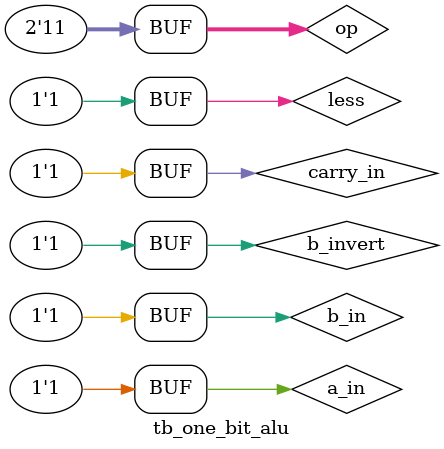
<source format=v>
`timescale 1ns / 1ps


module tb_one_bit_alu;

	// Inputs
	reg a_in;
	reg b_in;
	reg carry_in;
	reg b_invert;
	reg less;
	reg [1:0] op;

	// Outputs
	wire result;
	wire carry_out;

	// Instantiate the Unit Under Test (UUT)
	one_bit_alu uut (
		.a_in(a_in), 
		.b_in(b_in), 
		.carry_in(carry_in), 
		.b_invert(b_invert), 
		.less(less), 
		.op(op), 
		
		.result(result), 
		.carry_out(carry_out)
	);
	
	initial begin
		// Initialize Inputs
		a_in 		= 0;
		b_in 		= 0;
		carry_in 	= 0;
		b_invert 	= 0;
		less 		= 0;
		op 			= 0;
		#50;
		
		//////////////////////////
		// AND operation check ///
		//////////////////////////
		op 			= 2'b00;
		a_in 		= 1; b_in 		= 0;
		#50;
		// Expected result => result : 0 / carry_out : 0
		a_in 		= 1; b_in 		= 1;
		#50;
		// Expected result => result : 1 / carry_out : 1
		
		//////////////////////////
		// OR operation check  ///
		//////////////////////////
		op 			= 2'b01;
		a_in 		= 0; b_in 		= 1;
		#20;
		// Expected result => result : 1 / carry_out : 0
		a_in 		= 0; b_in 		= 0;
		#20;
		// Expected result => result : 0 / carry_out : 0
		
		//////////////////////////
		// ADD operation check ///
		//////////////////////////
		op 			= 2'b10;
		a_in 		= 1; b_in 		= 1; carry_in 		= 0;
		#20; 
		// Expected result => result : 0 / carry_out : 1
		a_in 		= 1; b_in 		= 1; carry_in 		= 1;
		#20;
		// Expected result => result : 1 / carry_out : 1
		
		//////////////////////////
		//Invert operation check//
		//////////////////////////
		b_invert 	= 1;
		#20;
		// Expected result => result : 0 / carry_out : 1

		//////////////////////////
		// Less operation check //
		//////////////////////////
		// SUB operation check
		op 			= 2'b11;
		less	 	= 1'b0;
		#20;
		// Expected result => result : 0 / carry_out : 0
		less 		= 1'b1;
		#20;
		// Expected result => result : 1 / carry_out : 1
	end			
endmodule


</source>
